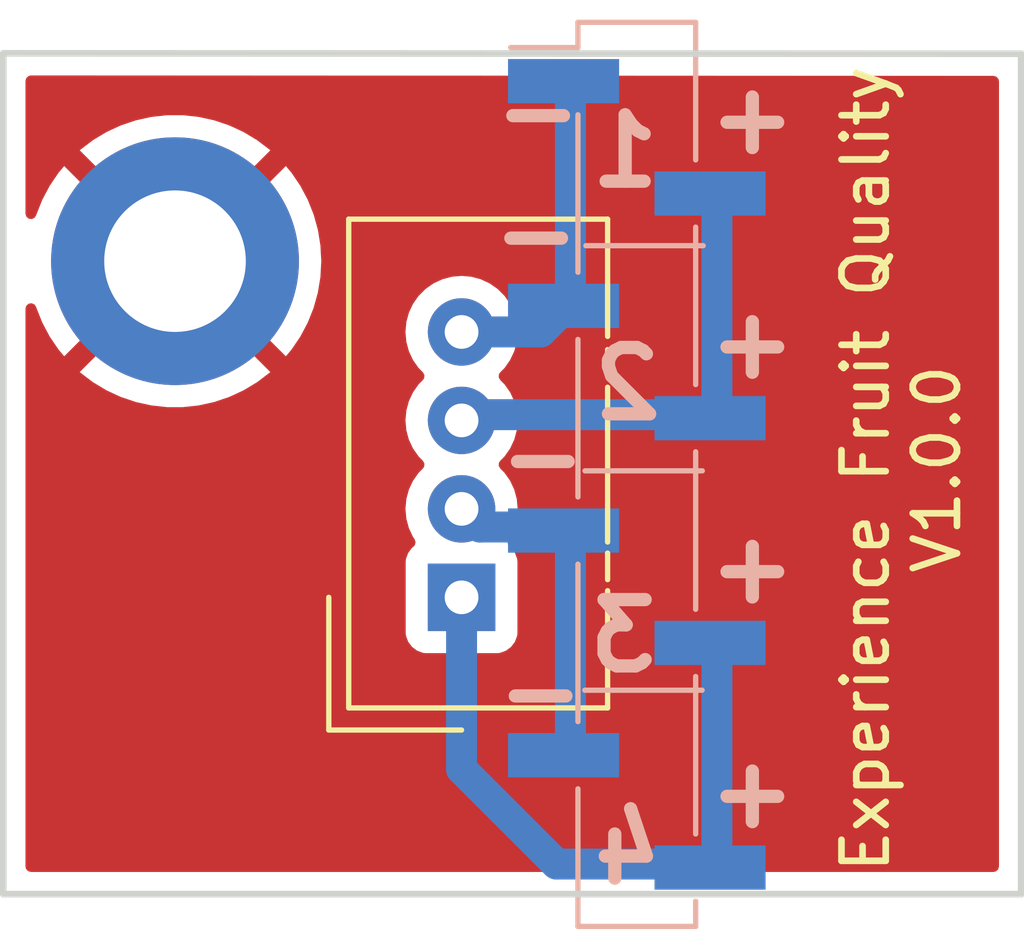
<source format=kicad_pcb>
(kicad_pcb (version 20240108) (generator "pcbnew") (generator_version "8.0")
  (layers (0 "F.Cu" signal) (31 "B.Cu" signal) (34 "B.Paste" user) (35 "F.Paste" user) (36 "B.SilkS" user "B.Silkscreen") (37 "F.SilkS" user "F.Silkscreen") (38 "B.Mask" user) (39 "F.Mask" user) (44 "Edge.Cuts" user))
  (net 0 "")
  (net 1 "GND")
  (net 2 "/OUT2")
  (net 3 "/OUT4")
  (net 4 "/OUT3")
  (net 5 "/OUT1")
  (footprint "MountingHole:MountingHole_3.2mm_M3_DIN965_Pad" (layer "F.Cu") (at 110.88 98.69)
    (property "Reference" "P8" (hide yes))
    (property "Value" "hole" (hide yes))
    (pad "1" thru_hole circle (at 0 0) (size 5.6 5.6) (drill 3.2) (layers "*.Cu" "*.Mask") (net 1 "GND"))
  )
  (footprint "Connector:NS-Tech_Grove_1x04_P2mm_Vertical" (layer "F.Cu") (at 117.355 106.29 180)
    (property "Reference" "J8" (hide yes))
    (property "Value" "Conn_01x04_Pin" (hide yes))
    (fp_line (start 3 -3) (end 3 0) (stroke (width 0.12)) (layer "F.SilkS"))
    (fp_line (start 2.55 -2.5) (end 2.55 8.55) (stroke (width 0.12)) (layer "F.SilkS"))
    (fp_line (start 0 -3) (end 3 -3) (stroke (width 0.12)) (layer "F.SilkS"))
    (fp_line (start -3.3 8.55) (end 2.55 8.55) (stroke (width 0.12)) (layer "F.SilkS"))
    (fp_line (start -3.3 5.9) (end -3.3 8.55) (stroke (width 0.12)) (layer "F.SilkS"))
    (fp_line (start -3.3 5) (end -3.3 5.6) (stroke (width 0.12)) (layer "F.SilkS"))
    (fp_line (start -3.3 1.25) (end -3.3 4.75) (stroke (width 0.12)) (layer "F.SilkS"))
    (fp_line (start -3.3 0.4) (end -3.3 1) (stroke (width 0.12)) (layer "F.SilkS"))
    (fp_line (start -3.3 -2.5) (end 2.55 -2.5) (stroke (width 0.12)) (layer "F.SilkS"))
    (fp_line (start -3.3 -2.5) (end -3.3 0.15) (stroke (width 0.12)) (layer "F.SilkS"))
    (pad "1" thru_hole rect (at 0 0 180) (size 1.524 1.524) (drill 0.762) (layers "*.Cu" "*.Mask") (net 5 "/OUT1"))
    (pad "2" thru_hole circle (at 0 2 180) (size 1.524 1.524) (drill 0.762) (layers "*.Cu" "*.Mask") (net 2 "/OUT2"))
    (pad "3" thru_hole circle (at 0 4 180) (size 1.524 1.524) (drill 0.762) (layers "*.Cu" "*.Mask") (net 4 "/OUT3"))
    (pad "4" thru_hole circle (at 0 6 180) (size 1.524 1.524) (drill 0.762) (layers "*.Cu" "*.Mask") (net 3 "/OUT4"))
  )
  (footprint "Connector_PinHeader_2.54mm:PinHeader_1x08_P2.54mm_Vertical_SMD_Pin1Right" (layer "B.Cu") (at 121.315 103.51 180)
    (property "Reference" "J1" (hide yes))
    (property "Value" "Conn_01x08_Pin" (hide yes))
    (fp_line (start 2.85 9.65) (end 1.33 9.65) (stroke (width 0.12)) (layer "B.SilkS"))
    (fp_line (start 1.33 10.22) (end -1.33 10.22) (stroke (width 0.12)) (layer "B.SilkS"))
    (fp_line (start 1.33 9.65) (end 1.33 10.22) (stroke (width 0.12)) (layer "B.SilkS"))
    (fp_line (start 1.33 4.57) (end 1.33 8.13) (stroke (width 0.12)) (layer "B.SilkS"))
    (fp_line (start 1.33 -0.51) (end 1.33 3.05) (stroke (width 0.12)) (layer "B.SilkS"))
    (fp_line (start 1.33 -5.59) (end 1.33 -2.03) (stroke (width 0.12)) (layer "B.SilkS"))
    (fp_line (start 1.33 -10.22) (end 1.33 -7.11) (stroke (width 0.12)) (layer "B.SilkS"))
    (fp_line (start 1.33 -10.22) (end -1.33 -10.22) (stroke (width 0.12)) (layer "B.SilkS"))
    (fp_line (start -1.33 7.11) (end -1.33 10.22) (stroke (width 0.12)) (layer "B.SilkS"))
    (fp_line (start -1.33 2.03) (end -1.33 5.59) (stroke (width 0.12)) (layer "B.SilkS"))
    (fp_line (start -1.33 -3.05) (end -1.33 0.51) (stroke (width 0.12)) (layer "B.SilkS"))
    (fp_line (start -1.33 -8.13) (end -1.33 -4.57) (stroke (width 0.12)) (layer "B.SilkS"))
    (fp_line (start -1.33 -10.22) (end -1.33 -9.65) (stroke (width 0.12)) (layer "B.SilkS"))
    (pad "1" smd rect (at 1.655 8.89 180) (size 2.51 1) (layers "B.Cu" "B.Paste" "B.Mask") (net 3 "/OUT4"))
    (pad "2" smd rect (at -1.655 6.35 180) (size 2.51 1) (layers "B.Cu" "B.Paste" "B.Mask") (net 4 "/OUT3"))
    (pad "3" smd rect (at 1.655 3.81 180) (size 2.51 1) (layers "B.Cu" "B.Paste" "B.Mask") (net 3 "/OUT4"))
    (pad "4" smd rect (at -1.655 1.27 180) (size 2.51 1) (layers "B.Cu" "B.Paste" "B.Mask") (net 4 "/OUT3"))
    (pad "5" smd rect (at 1.655 -1.27 180) (size 2.51 1) (layers "B.Cu" "B.Paste" "B.Mask") (net 2 "/OUT2"))
    (pad "6" smd rect (at -1.655 -3.81 180) (size 2.51 1) (layers "B.Cu" "B.Paste" "B.Mask") (net 5 "/OUT1"))
    (pad "7" smd rect (at 1.655 -6.35 180) (size 2.51 1) (layers "B.Cu" "B.Paste" "B.Mask") (net 2 "/OUT2"))
    (pad "8" smd rect (at -1.655 -8.89 180) (size 2.51 1) (layers "B.Cu" "B.Paste" "B.Mask") (net 5 "/OUT1"))
  )
  (gr_line (start 120.145 103.43) (end 122.795 103.43) (stroke (width 0.12)) (layer "B.SilkS"))
  (gr_line (start 120.165 98.34) (end 122.815 98.34) (stroke (width 0.12)) (layer "B.SilkS"))
  (gr_line (start 120.14 108.39) (end 122.79 108.39) (stroke (width 0.12)) (layer "B.SilkS"))
  (gr_line (start 107 113) (end 107 93.99) (stroke (width 0.15)) (layer "Edge.Cuts"))
  (gr_line (start 130 94) (end 107 93.99) (stroke (width 0.15)) (layer "Edge.Cuts"))
  (gr_line (start 130 113) (end 107 113) (stroke (width 0.15)) (layer "Edge.Cuts"))
  (gr_line (start 130 94) (end 130 113) (stroke (width 0.15)) (layer "Edge.Cuts"))
  (gr_text "-" (at 117.915 98.94 0) (layer "B.SilkS") (effects (font (size 1.5 1.5) (thickness 0.3) (bold yes)) (justify left bottom)))
  (gr_text "4" (at 122.015 112.84 0) (layer "B.SilkS") (effects (font (size 1.5 1.5) (thickness 0.3) (bold yes)) (justify left bottom mirror)))
  (gr_text "+" (at 122.8 101.4 0) (layer "B.SilkS") (effects (font (size 1.5 1.5) (thickness 0.3) (bold yes)) (justify left bottom)))
  (gr_text "-" (at 118.065 103.99 0) (layer "B.SilkS") (effects (font (size 1.5 1.5) (thickness 0.3) (bold yes)) (justify left bottom)))
  (gr_text "+" (at 122.8 106.48 0) (layer "B.SilkS") (effects (font (size 1.5 1.5) (thickness 0.3) (bold yes)) (justify left bottom)))
  (gr_text "1" (at 120.14 97.08 0) (layer "B.SilkS") (effects (font (size 1.5 1.5) (thickness 0.3) (bold yes)) (justify right bottom mirror)))
  (gr_text "+" (at 122.8 111.56 0) (layer "B.SilkS") (effects (font (size 1.5 1.5) (thickness 0.3) (bold yes)) (justify left bottom)))
  (gr_text "+" (at 122.8 96.32 0) (layer "B.SilkS") (effects (font (size 1.5 1.5) (thickness 0.3) (bold yes)) (justify left bottom)))
  (gr_text "-" (at 118.015 109.29 0) (layer "B.SilkS") (effects (font (size 1.5 1.5) (thickness 0.3) (bold yes)) (justify left bottom)))
  (gr_text "-" (at 117.96 96.17 0) (layer "B.SilkS") (effects (font (size 1.5 1.5) (thickness 0.3) (bold yes)) (justify left bottom)))
  (gr_text "2" (at 122.015 102.34 0) (layer "B.SilkS") (effects (font (size 1.5 1.5) (thickness 0.3) (bold yes)) (justify left bottom mirror)))
  (gr_text "3" (at 121.915 108.04 0) (layer "B.SilkS") (effects (font (size 1.5 1.5) (thickness 0.3) (bold yes)) (justify left bottom mirror)))
  (gr_text "Experience Fruit Quality\nV1.0.0" (at 128.68 103.39 90) (layer "F.SilkS") (effects (font (size 1 1)) (justify bottom)))
  (segment (start 119.815 104.7) (end 117.765 104.7) (width 0.7) (layer "B.Cu") (net 2))
  (segment (start 119.815 109.78) (end 119.815 104.7) (width 0.7) (layer "B.Cu") (net 2))
  (segment (start 117.765 104.7) (end 117.355 104.29) (width 0.7) (layer "B.Cu") (net 2))
  (segment (start 117.365 100.28) (end 117.355 100.29) (width 0.7) (layer "B.Cu") (net 3))
  (segment (start 119.145 100.29) (end 119.815 99.62) (width 0.7) (layer "B.Cu") (net 3))
  (segment (start 119.815 94.54) (end 119.815 99.62) (width 0.7) (layer "B.Cu") (net 3))
  (segment (start 117.355 100.29) (end 119.145 100.29) (width 0.7) (layer "B.Cu") (net 3))
  (segment (start 123.125 97.08) (end 123.125 102.16) (width 0.7) (layer "B.Cu") (net 4))
  (segment (start 117.485 102.16) (end 117.355 102.29) (width 0.7) (layer "B.Cu") (net 4))
  (segment (start 123.125 102.16) (end 117.485 102.16) (width 0.7) (layer "B.Cu") (net 4))
  (segment (start 123.125 112.32) (end 119.5 112.32) (width 0.7) (layer "B.Cu") (net 5))
  (segment (start 119.5 112.32) (end 117.355 110.175) (width 0.7) (layer "B.Cu") (net 5))
  (segment (start 117.355 110.175) (end 117.355 106.29) (width 0.7) (layer "B.Cu") (net 5))
  (segment (start 123.125 107.24) (end 123.125 112.32) (width 0.7) (layer "B.Cu") (net 5))
  (zone (net 1) (net_name "GND") (layer "F.Cu") (connect_pads (clearance 0.5)) (min_thickness 0.25) (fill yes (thermal_gap 0.5) (thermal_bridge_width 0.5) (island_removal_mode 1) (island_area_min 10))
    (polygon (pts (xy 107 93.99) (xy 130 94) (xy 130 113) (xy 107 113)))
  )
)
</source>
